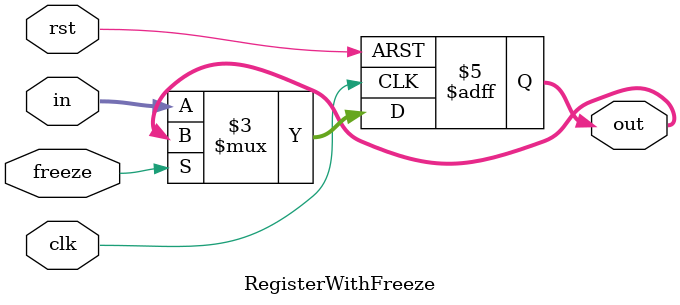
<source format=v>
module RegisterWithFreeze #(parameter WIDTH = 32)
                 (clk,
                  rst,
                  freeze,
                  in,
                  out);
    input clk, rst;
    input freeze;
    input[WIDTH-1:0] in;
    output reg[WIDTH-1:0] out;
    
    always @(posedge clk or posedge rst) begin
        if (rst) begin
            out <= {WIDTH{1'b0}};
        end
        else begin
            if (~freeze) begin
                out <= in;
            end
        end
    end
    
endmodule
</source>
